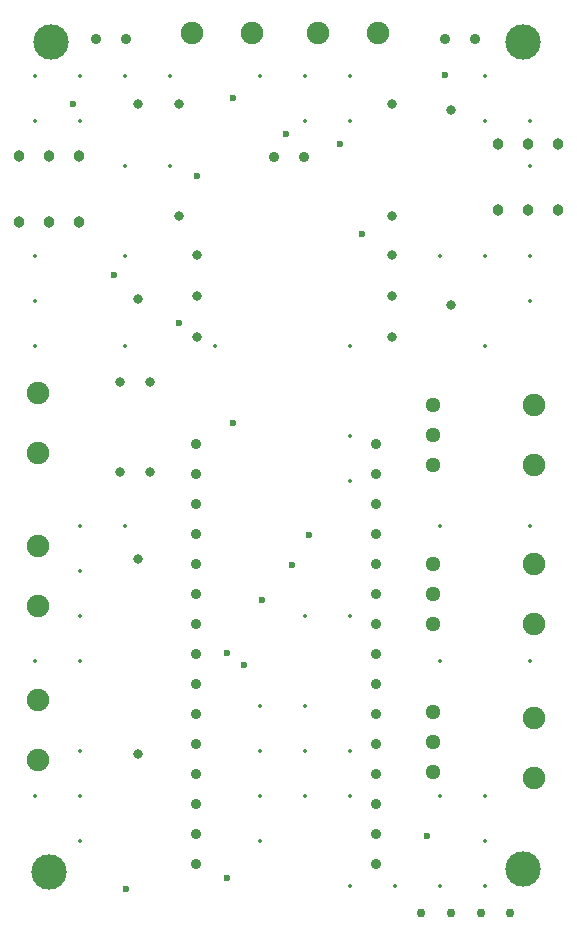
<source format=gbr>
%TF.GenerationSoftware,Altium Limited,Altium Designer,22.7.1 (60)*%
G04 Layer_Color=0*
%FSLAX45Y45*%
%MOMM*%
%TF.SameCoordinates,6F5B2F55-B7AD-49D5-9618-4F223791D6AE*%
%TF.FilePolarity,Positive*%
%TF.FileFunction,Plated,1,2,PTH,Drill*%
%TF.Part,Single*%
G01*
G75*
%TA.AperFunction,OtherDrill,Pad Free-15 (44mm,1.5mm)*%
%ADD46C,0.76200*%
%TA.AperFunction,OtherDrill,Pad Free-14 (41.5mm,1.5mm)*%
%ADD47C,0.76200*%
%TA.AperFunction,OtherDrill,Pad Free-13 (39mm,1.5mm)*%
%ADD48C,0.76200*%
%TA.AperFunction,OtherDrill,Pad Free-12 (36.5mm,1.5mm)*%
%ADD49C,0.76200*%
%TA.AperFunction,ComponentDrill*%
%ADD50C,1.90500*%
%TA.AperFunction,OtherDrill,Pad Free-11 (5.108mm,75.226mm)*%
%ADD51C,3.00000*%
%TA.AperFunction,OtherDrill,Pad Free-11 (45.108mm,75.226mm)*%
%ADD52C,3.00000*%
%TA.AperFunction,OtherDrill,Pad Free-11 (45.108mm,5.226mm)*%
%ADD53C,3.00000*%
%TA.AperFunction,OtherDrill,Pad Free-11 (5mm,5mm)*%
%ADD54C,3.00000*%
%TA.AperFunction,ComponentDrill*%
%ADD55C,1.28000*%
%ADD56C,0.80000*%
%ADD57C,0.96520*%
%ADD58C,0.87000*%
%ADD59C,0.80000*%
%ADD60C,0.90000*%
%ADD61C,1.90500*%
%TA.AperFunction,ViaDrill,NotFilled*%
%ADD62C,0.60000*%
%ADD63C,0.35000*%
D46*
X4400000Y150000D02*
D03*
D47*
X4150000D02*
D03*
D48*
X3900000D02*
D03*
D49*
X3650000D02*
D03*
D50*
X400000Y2750000D02*
D03*
Y3258000D02*
D03*
X4600000Y4450000D02*
D03*
Y3942000D02*
D03*
Y3108000D02*
D03*
Y2600000D02*
D03*
Y1800000D02*
D03*
Y1292000D02*
D03*
X400000Y1450000D02*
D03*
Y1958000D02*
D03*
Y4042000D02*
D03*
Y4550000D02*
D03*
D51*
X510827Y7522599D02*
D03*
D52*
X4510826D02*
D03*
D53*
Y522599D02*
D03*
D54*
X500000Y500000D02*
D03*
D55*
X3750000Y4454000D02*
D03*
Y4200000D02*
D03*
Y3946000D02*
D03*
Y3104000D02*
D03*
Y2850000D02*
D03*
Y2596000D02*
D03*
Y1854000D02*
D03*
Y1600000D02*
D03*
Y1346000D02*
D03*
D56*
X1250000Y7000000D02*
D03*
Y5350000D02*
D03*
X3900000Y6950000D02*
D03*
Y5300000D02*
D03*
X1250000Y3150000D02*
D03*
Y1500000D02*
D03*
X1350000Y4650000D02*
D03*
X1096000D02*
D03*
Y3888000D02*
D03*
X1350000D02*
D03*
X3400000Y6050000D02*
D03*
Y7000000D02*
D03*
X1600000Y6050000D02*
D03*
Y7000000D02*
D03*
D57*
X754000Y6000000D02*
D03*
X500000D02*
D03*
X246000D02*
D03*
X754000Y6557975D02*
D03*
X500000D02*
D03*
X246000D02*
D03*
X4296000Y6664025D02*
D03*
X4550000D02*
D03*
X4804000D02*
D03*
X4296000Y6100000D02*
D03*
X4550000D02*
D03*
X4804000D02*
D03*
D58*
X3846000Y7550000D02*
D03*
X4100000D02*
D03*
X892324D02*
D03*
X1146324D02*
D03*
X2400000Y6550000D02*
D03*
X2654000D02*
D03*
D59*
X3400000Y5724575D02*
D03*
X1750000D02*
D03*
X3400000Y5374149D02*
D03*
X1750000D02*
D03*
X3400000Y5023724D02*
D03*
X1750000D02*
D03*
D60*
X1738000Y562000D02*
D03*
Y816000D02*
D03*
Y1070000D02*
D03*
Y1324000D02*
D03*
Y1578000D02*
D03*
Y1832000D02*
D03*
Y2086000D02*
D03*
Y2340000D02*
D03*
Y2594000D02*
D03*
Y2848000D02*
D03*
Y3102000D02*
D03*
Y3356000D02*
D03*
Y3610000D02*
D03*
Y3864000D02*
D03*
Y4118000D02*
D03*
X3262000D02*
D03*
Y3864000D02*
D03*
Y3610000D02*
D03*
Y3356000D02*
D03*
Y3102000D02*
D03*
Y2848000D02*
D03*
Y2594000D02*
D03*
Y2340000D02*
D03*
Y2086000D02*
D03*
Y1832000D02*
D03*
Y1578000D02*
D03*
Y1324000D02*
D03*
Y1070000D02*
D03*
Y816000D02*
D03*
Y562000D02*
D03*
D61*
X2775575Y7600000D02*
D03*
X3283575D02*
D03*
X1708749D02*
D03*
X2216749D02*
D03*
D62*
X3700000Y800000D02*
D03*
X1150000Y350000D02*
D03*
X2500000Y6750000D02*
D03*
X2550000Y3100000D02*
D03*
X2300000Y2800000D02*
D03*
X2695921Y3349296D02*
D03*
X2959947Y6663321D02*
D03*
X3145922Y5899296D02*
D03*
X3846000Y7246000D02*
D03*
X2050000Y7050000D02*
D03*
X1745271Y6393727D02*
D03*
X2150000Y2250000D02*
D03*
X2050000Y4300000D02*
D03*
X2000000Y2350000D02*
D03*
Y450000D02*
D03*
X1050000Y5550000D02*
D03*
X1600000Y5150000D02*
D03*
X700000Y7000000D02*
D03*
D63*
X3810000Y381000D02*
D03*
X4572000Y6858000D02*
D03*
Y6477000D02*
D03*
Y5715000D02*
D03*
Y5334000D02*
D03*
Y3429000D02*
D03*
Y2286000D02*
D03*
X4191000Y7239000D02*
D03*
Y6858000D02*
D03*
Y5715000D02*
D03*
Y4953000D02*
D03*
Y1143000D02*
D03*
Y762000D02*
D03*
Y381000D02*
D03*
X3810000Y5715000D02*
D03*
Y3429000D02*
D03*
Y2286000D02*
D03*
Y1143000D02*
D03*
X3429000Y381000D02*
D03*
X3048000Y7239000D02*
D03*
Y6858000D02*
D03*
Y4953000D02*
D03*
Y4191000D02*
D03*
Y3810000D02*
D03*
Y2667000D02*
D03*
Y1524000D02*
D03*
Y1143000D02*
D03*
Y381000D02*
D03*
X2667000Y7239000D02*
D03*
Y6858000D02*
D03*
Y2667000D02*
D03*
Y1905000D02*
D03*
Y1524000D02*
D03*
Y1143000D02*
D03*
X2286000Y7239000D02*
D03*
Y1905000D02*
D03*
Y1524000D02*
D03*
Y1143000D02*
D03*
Y762000D02*
D03*
X1905000Y4953000D02*
D03*
X1524000Y7239000D02*
D03*
Y6477000D02*
D03*
X1143000Y7239000D02*
D03*
Y6477000D02*
D03*
Y5715000D02*
D03*
Y4953000D02*
D03*
Y3429000D02*
D03*
X762000Y7239000D02*
D03*
Y6858000D02*
D03*
Y3429000D02*
D03*
Y3048000D02*
D03*
Y2667000D02*
D03*
Y2286000D02*
D03*
Y1524000D02*
D03*
Y1143000D02*
D03*
Y762000D02*
D03*
X381000Y7239000D02*
D03*
Y6858000D02*
D03*
Y5715000D02*
D03*
Y5334000D02*
D03*
Y4953000D02*
D03*
Y2286000D02*
D03*
Y1143000D02*
D03*
%TF.MD5,70d30f513936148c01cb200d63311a9d*%
M02*

</source>
